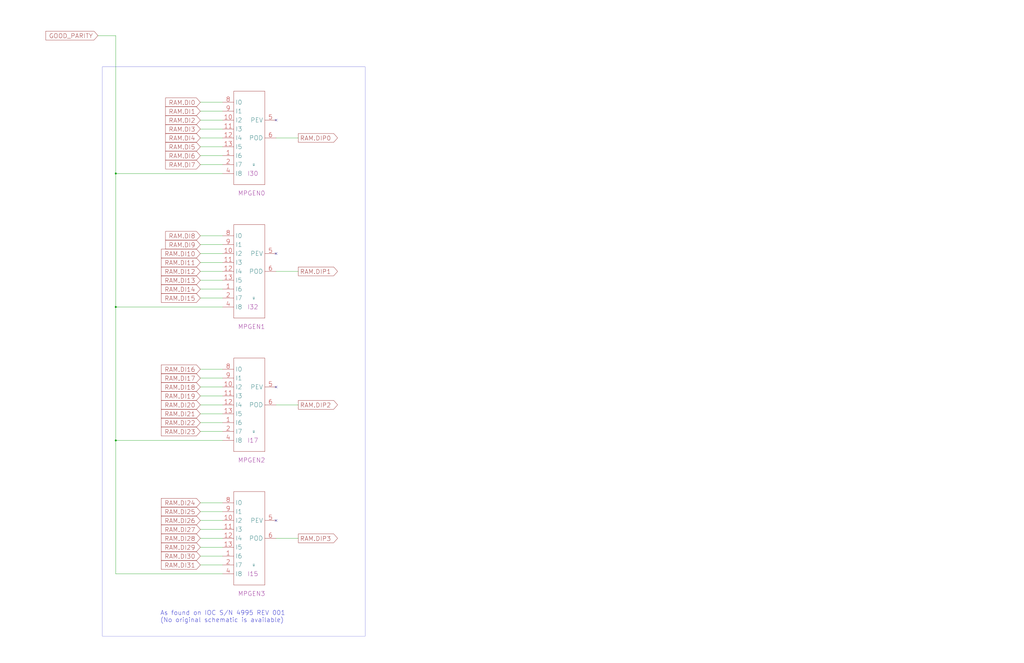
<source format=kicad_sch>
(kicad_sch (version 20220404) (generator eeschema)
  (paper "User" 584.2 378.46)
  (title_block (title "MEMORY\\nPARITY GENERATION") (date "22-SEP-90") (rev "2.0") (comment 1 "IOC") (comment 2 "232-003061") (comment 3 "S400") (comment 4 "RELEASED"))
  (lib_symbols
    (symbol "r1000:F280" (pin_names (offset 1.016))
      (property "Reference" "U" (at 2.54 5.08 0))
      (property "Value" "F280" (at -6.35 -5.08 0))
      (property "Location" "___" (at -1.27 0 0))
      (property "Name" "______" (at 1.27 -12.7 0))
      (symbol "F280_1_1"
        (rectangle (start -8.89 46.99) (end 8.89 -6.35))
        (pin input line (at -15.24 10.16 0) (length 6.35) (name "I6") (number "1"))
        (pin input line (at -15.24 30.48 0) (length 6.35) (name "I2") (number "10"))
        (pin input line (at -15.24 25.4 0) (length 6.35) (name "I3") (number "11"))
        (pin input line (at -15.24 20.32 0) (length 6.35) (name "I4") (number "12"))
        (pin input line (at -15.24 15.24 0) (length 6.35) (name "I5") (number "13"))
        (pin input line (at -15.24 5.08 0) (length 6.35) (name "I7") (number "2"))
        (pin input line (at -15.24 0 0) (length 6.35) (name "I8") (number "4"))
        (pin output line (at 15.24 30.48 180) (length 6.35) (name "PEV") (number "5"))
        (pin output line (at 15.24 20.32 180) (length 6.35) (name "POD") (number "6"))
        (pin input line (at -15.24 40.64 0) (length 6.35) (name "I0") (number "8"))
        (pin input line (at -15.24 35.56 0) (length 6.35) (name "I1") (number "9"))
      )
    )
  )
  (junction (at 66.04 251.46))
  (junction (at 66.04 175.26))
  (junction (at 66.04 99.06))
  (no_connect (at 157.48 297.18))
  (no_connect (at 157.48 144.78))
  (no_connect (at 157.48 68.58))
  (no_connect (at 157.48 220.98))
  (wire (pts (xy 114.3 160.02) (xy 127 160.02)))
  (wire (pts (xy 114.3 63.5) (xy 127 63.5)))
  (wire (pts (xy 114.3 292.1) (xy 127 292.1)))
  (wire (pts (xy 114.3 134.62) (xy 127 134.62)))
  (wire (pts (xy 114.3 154.94) (xy 127 154.94)))
  (wire (pts (xy 66.04 251.46) (xy 66.04 327.66)))
  (wire (pts (xy 114.3 170.18) (xy 127 170.18)))
  (wire (pts (xy 66.04 99.06) (xy 127 99.06)))
  (wire (pts (xy 114.3 322.58) (xy 127 322.58)))
  (wire (pts (xy 114.3 215.9) (xy 127 215.9)))
  (wire (pts (xy 114.3 317.5) (xy 127 317.5)))
  (wire (pts (xy 66.04 327.66) (xy 127 327.66)))
  (wire (pts (xy 114.3 231.14) (xy 127 231.14)))
  (wire (pts (xy 157.48 154.94) (xy 170.18 154.94)))
  (wire (pts (xy 114.3 78.74) (xy 127 78.74)))
  (wire (pts (xy 114.3 210.82) (xy 127 210.82)))
  (polyline (pts (xy 208.28 38.1) (xy 208.28 363.22)) (stroke (width 0.0243)))
  (wire (pts (xy 114.3 73.66) (xy 127 73.66)))
  (wire (pts (xy 157.48 78.74) (xy 170.18 78.74)))
  (wire (pts (xy 114.3 165.1) (xy 127 165.1)))
  (wire (pts (xy 66.04 175.26) (xy 127 175.26)))
  (wire (pts (xy 66.04 251.46) (xy 127 251.46)))
  (wire (pts (xy 114.3 297.18) (xy 127 297.18)))
  (wire (pts (xy 114.3 312.42) (xy 127 312.42)))
  (wire (pts (xy 114.3 149.86) (xy 127 149.86)))
  (wire (pts (xy 55.88 20.32) (xy 66.04 20.32)))
  (polyline (pts (xy 58.42 38.1) (xy 58.42 363.22)) (stroke (width 0.0243)))
  (wire (pts (xy 157.48 231.14) (xy 170.18 231.14)))
  (wire (pts (xy 114.3 307.34) (xy 127 307.34)))
  (polyline (pts (xy 208.28 363.22) (xy 58.42 363.22)) (stroke (width 0.0243)))
  (wire (pts (xy 114.3 246.38) (xy 127 246.38)))
  (wire (pts (xy 114.3 58.42) (xy 127 58.42)))
  (wire (pts (xy 114.3 139.7) (xy 127 139.7)))
  (polyline (pts (xy 58.42 38.1) (xy 208.28 38.1)) (stroke (width 0.0243)))
  (wire (pts (xy 114.3 241.3) (xy 127 241.3)))
  (wire (pts (xy 114.3 220.98) (xy 127 220.98)))
  (wire (pts (xy 114.3 226.06) (xy 127 226.06)))
  (wire (pts (xy 66.04 20.32) (xy 66.04 99.06)))
  (wire (pts (xy 114.3 83.82) (xy 127 83.82)))
  (wire (pts (xy 114.3 302.26) (xy 127 302.26)))
  (wire (pts (xy 66.04 175.26) (xy 66.04 251.46)))
  (wire (pts (xy 114.3 144.78) (xy 127 144.78)))
  (wire (pts (xy 66.04 99.06) (xy 66.04 175.26)))
  (wire (pts (xy 157.48 307.34) (xy 170.18 307.34)))
  (wire (pts (xy 114.3 68.58) (xy 127 68.58)))
  (wire (pts (xy 114.3 93.98) (xy 127 93.98)))
  (wire (pts (xy 114.3 287.02) (xy 127 287.02)))
  (wire (pts (xy 114.3 236.22) (xy 127 236.22)))
  (wire (pts (xy 114.3 88.9) (xy 127 88.9)))
  (text "As found on IOC S/N 4995 REV 001\n(No original schematic is available)" (at 91.44 355.6 0) (effects (font (size 2.54 2.54)) (justify left bottom)))
  (global_label "RAM.DIP0" (shape output) (at 170.18 78.74 0) (effects (font (size 2.54 2.54))) (property "Intersheet References" "${INTERSHEET_REFS}" (at 192.9251 78.5813 0) (effects (font (size 1.905 1.905)) (justify left))))
  (global_label "RAM.DI17" (shape input) (at 114.3 215.9 180) (effects (font (size 2.54 2.54))) (property "Intersheet References" "${INTERSHEET_REFS}" (at 91.6759 215.7413 0) (effects (font (size 1.905 1.905)) (justify right))))
  (global_label "RAM.DI8" (shape input) (at 114.3 134.62 180) (effects (font (size 2.54 2.54))) (property "Intersheet References" "${INTERSHEET_REFS}" (at 94.0949 134.4613 0) (effects (font (size 1.905 1.905)) (justify right))))
  (global_label "RAM.DI10" (shape input) (at 114.3 144.78 180) (effects (font (size 2.54 2.54))) (property "Intersheet References" "${INTERSHEET_REFS}" (at 94.0949 144.6213 0) (effects (font (size 1.905 1.905)) (justify right))))
  (global_label "RAM.DIP2" (shape output) (at 170.18 231.14 0) (effects (font (size 2.54 2.54))) (property "Intersheet References" "${INTERSHEET_REFS}" (at 192.9251 230.9813 0) (effects (font (size 1.905 1.905)) (justify left))))
  (global_label "RAM.DI11" (shape input) (at 114.3 149.86 180) (effects (font (size 2.54 2.54))) (property "Intersheet References" "${INTERSHEET_REFS}" (at 94.0949 149.7013 0) (effects (font (size 1.905 1.905)) (justify right))))
  (global_label "RAM.DI25" (shape input) (at 114.3 292.1 180) (effects (font (size 2.54 2.54))) (property "Intersheet References" "${INTERSHEET_REFS}" (at 91.6759 291.9413 0) (effects (font (size 1.905 1.905)) (justify right))))
  (global_label "RAM.DI19" (shape input) (at 114.3 226.06 180) (effects (font (size 2.54 2.54))) (property "Intersheet References" "${INTERSHEET_REFS}" (at 91.6759 225.9013 0) (effects (font (size 1.905 1.905)) (justify right))))
  (global_label "RAM.DI18" (shape input) (at 114.3 220.98 180) (effects (font (size 2.54 2.54))) (property "Intersheet References" "${INTERSHEET_REFS}" (at 91.6759 220.8213 0) (effects (font (size 1.905 1.905)) (justify right))))
  (global_label "RAM.DI16" (shape input) (at 114.3 210.82 180) (effects (font (size 2.54 2.54))) (property "Intersheet References" "${INTERSHEET_REFS}" (at 91.6759 210.6613 0) (effects (font (size 1.905 1.905)) (justify right))))
  (global_label "RAM.DI4" (shape input) (at 114.3 78.74 180) (effects (font (size 2.54 2.54))) (property "Intersheet References" "${INTERSHEET_REFS}" (at 94.0949 78.5813 0) (effects (font (size 1.905 1.905)) (justify right))))
  (global_label "GOOD_PARITY" (shape input) (at 55.88 20.32 180) (effects (font (size 2.54 2.54))) (property "Intersheet References" "${INTERSHEET_REFS}" (at 25.7568 20.1613 0) (effects (font (size 1.905 1.905)) (justify right))))
  (global_label "RAM.DI2" (shape input) (at 114.3 68.58 180) (effects (font (size 2.54 2.54))) (property "Intersheet References" "${INTERSHEET_REFS}" (at 94.0949 68.4213 0) (effects (font (size 1.905 1.905)) (justify right))))
  (global_label "RAM.DI28" (shape input) (at 114.3 307.34 180) (effects (font (size 2.54 2.54))) (property "Intersheet References" "${INTERSHEET_REFS}" (at 91.6759 307.1813 0) (effects (font (size 1.905 1.905)) (justify right))))
  (global_label "RAM.DI6" (shape input) (at 114.3 88.9 180) (effects (font (size 2.54 2.54))) (property "Intersheet References" "${INTERSHEET_REFS}" (at 94.0949 88.7413 0) (effects (font (size 1.905 1.905)) (justify right))))
  (global_label "RAM.DI14" (shape input) (at 114.3 165.1 180) (effects (font (size 2.54 2.54))) (property "Intersheet References" "${INTERSHEET_REFS}" (at 94.0949 164.9413 0) (effects (font (size 1.905 1.905)) (justify right))))
  (global_label "RAM.DI7" (shape input) (at 114.3 93.98 180) (effects (font (size 2.54 2.54))) (property "Intersheet References" "${INTERSHEET_REFS}" (at 94.0949 93.8213 0) (effects (font (size 1.905 1.905)) (justify right))))
  (global_label "RAM.DI26" (shape input) (at 114.3 297.18 180) (effects (font (size 2.54 2.54))) (property "Intersheet References" "${INTERSHEET_REFS}" (at 91.6759 297.0213 0) (effects (font (size 1.905 1.905)) (justify right))))
  (global_label "RAM.DI3" (shape input) (at 114.3 73.66 180) (effects (font (size 2.54 2.54))) (property "Intersheet References" "${INTERSHEET_REFS}" (at 94.0949 73.5013 0) (effects (font (size 1.905 1.905)) (justify right))))
  (global_label "RAM.DIP1" (shape output) (at 170.18 154.94 0) (effects (font (size 2.54 2.54))) (property "Intersheet References" "${INTERSHEET_REFS}" (at 192.9251 154.7813 0) (effects (font (size 1.905 1.905)) (justify left))))
  (global_label "RAM.DIP3" (shape output) (at 170.18 307.34 0) (effects (font (size 2.54 2.54))) (property "Intersheet References" "${INTERSHEET_REFS}" (at 192.9251 307.1813 0) (effects (font (size 1.905 1.905)) (justify left))))
  (global_label "RAM.DI23" (shape input) (at 114.3 246.38 180) (effects (font (size 2.54 2.54))) (property "Intersheet References" "${INTERSHEET_REFS}" (at 91.6759 246.2213 0) (effects (font (size 1.905 1.905)) (justify right))))
  (global_label "RAM.DI21" (shape input) (at 114.3 236.22 180) (effects (font (size 2.54 2.54))) (property "Intersheet References" "${INTERSHEET_REFS}" (at 91.6759 236.0613 0) (effects (font (size 1.905 1.905)) (justify right))))
  (global_label "RAM.DI27" (shape input) (at 114.3 302.26 180) (effects (font (size 2.54 2.54))) (property "Intersheet References" "${INTERSHEET_REFS}" (at 91.6759 302.1013 0) (effects (font (size 1.905 1.905)) (justify right))))
  (global_label "RAM.DI0" (shape input) (at 114.3 58.42 180) (effects (font (size 2.54 2.54))) (property "Intersheet References" "${INTERSHEET_REFS}" (at 94.0949 58.2613 0) (effects (font (size 1.905 1.905)) (justify right))))
  (global_label "RAM.DI1" (shape input) (at 114.3 63.5 180) (effects (font (size 2.54 2.54))) (property "Intersheet References" "${INTERSHEET_REFS}" (at 94.0949 63.3413 0) (effects (font (size 1.905 1.905)) (justify right))))
  (global_label "RAM.DI20" (shape input) (at 114.3 231.14 180) (effects (font (size 2.54 2.54))) (property "Intersheet References" "${INTERSHEET_REFS}" (at 91.6759 230.9813 0) (effects (font (size 1.905 1.905)) (justify right))))
  (global_label "RAM.DI12" (shape input) (at 114.3 154.94 180) (effects (font (size 2.54 2.54))) (property "Intersheet References" "${INTERSHEET_REFS}" (at 94.0949 154.7813 0) (effects (font (size 1.905 1.905)) (justify right))))
  (global_label "RAM.DI22" (shape input) (at 114.3 241.3 180) (effects (font (size 2.54 2.54))) (property "Intersheet References" "${INTERSHEET_REFS}" (at 91.6759 241.1413 0) (effects (font (size 1.905 1.905)) (justify right))))
  (global_label "RAM.DI29" (shape input) (at 114.3 312.42 180) (effects (font (size 2.54 2.54))) (property "Intersheet References" "${INTERSHEET_REFS}" (at 91.6759 312.2613 0) (effects (font (size 1.905 1.905)) (justify right))))
  (global_label "RAM.DI24" (shape input) (at 114.3 287.02 180) (effects (font (size 2.54 2.54))) (property "Intersheet References" "${INTERSHEET_REFS}" (at 91.6759 286.8613 0) (effects (font (size 1.905 1.905)) (justify right))))
  (global_label "RAM.DI5" (shape input) (at 114.3 83.82 180) (effects (font (size 2.54 2.54))) (property "Intersheet References" "${INTERSHEET_REFS}" (at 94.0949 83.6613 0) (effects (font (size 1.905 1.905)) (justify right))))
  (global_label "RAM.DI31" (shape input) (at 114.3 322.58 180) (effects (font (size 2.54 2.54))) (property "Intersheet References" "${INTERSHEET_REFS}" (at 91.6759 322.4213 0) (effects (font (size 1.905 1.905)) (justify right))))
  (global_label "RAM.DI15" (shape input) (at 114.3 170.18 180) (effects (font (size 2.54 2.54))) (property "Intersheet References" "${INTERSHEET_REFS}" (at 94.0949 170.0213 0) (effects (font (size 1.905 1.905)) (justify right))))
  (global_label "RAM.DI13" (shape input) (at 114.3 160.02 180) (effects (font (size 2.54 2.54))) (property "Intersheet References" "${INTERSHEET_REFS}" (at 94.0949 159.8613 0) (effects (font (size 1.905 1.905)) (justify right))))
  (global_label "RAM.DI30" (shape input) (at 114.3 317.5 180) (effects (font (size 2.54 2.54))) (property "Intersheet References" "${INTERSHEET_REFS}" (at 91.6759 317.3413 0) (effects (font (size 1.905 1.905)) (justify right))))
  (global_label "RAM.DI9" (shape input) (at 114.3 139.7 180) (effects (font (size 2.54 2.54))) (property "Intersheet References" "${INTERSHEET_REFS}" (at 94.0949 139.5413 0) (effects (font (size 1.905 1.905)) (justify right))))
  (symbol (lib_id "r1000:F280") (at 142.24 99.06 0) (unit 1)
    (default_instance (reference "U") (unit 1) (value "") (footprint ""))
    (property "Reference" "U" (at 144.78 93.98 0))
    (property "Location" "I30" (at 140.97 99.06 0) (effects (font (size 2.54 2.54)) (justify left)))
    (property "Name" "MPGEN0" (at 143.51 111.76 0) (effects (font (size 2.54 2.54)) (justify bottom)))
  )
  (symbol (lib_id "r1000:F280") (at 142.24 251.46 0) (unit 1)
    (default_instance (reference "U") (unit 1) (value "") (footprint ""))
    (property "Reference" "U" (at 144.78 246.38 0))
    (property "Location" "I17" (at 140.97 251.46 0) (effects (font (size 2.54 2.54)) (justify left)))
    (property "Name" "MPGEN2" (at 143.51 264.16 0) (effects (font (size 2.54 2.54)) (justify bottom)))
  )
  (symbol (lib_id "r1000:F280") (at 142.24 175.26 0) (unit 1)
    (default_instance (reference "U") (unit 1) (value "") (footprint ""))
    (property "Reference" "U" (at 144.78 170.18 0))
    (property "Location" "I32" (at 140.97 175.26 0) (effects (font (size 2.54 2.54)) (justify left)))
    (property "Name" "MPGEN1" (at 143.51 187.96 0) (effects (font (size 2.54 2.54)) (justify bottom)))
  )
  (symbol (lib_id "r1000:F280") (at 142.24 327.66 0) (unit 1)
    (default_instance (reference "U") (unit 1) (value "") (footprint ""))
    (property "Reference" "U" (at 144.78 322.58 0))
    (property "Location" "I15" (at 140.97 327.66 0) (effects (font (size 2.54 2.54)) (justify left)))
    (property "Name" "MPGEN3" (at 143.51 340.36 0) (effects (font (size 2.54 2.54)) (justify bottom)))
  )
)
</source>
